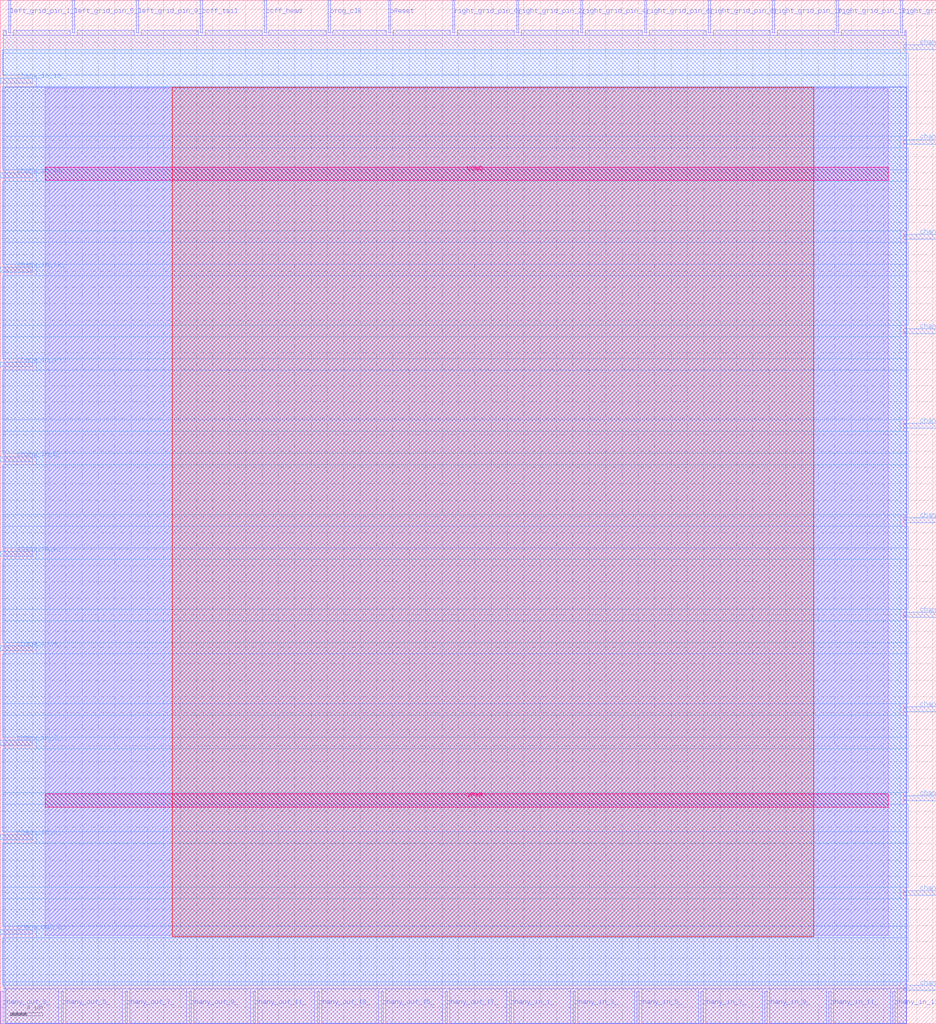
<source format=lef>
VERSION 5.7 ;
  NAMESCASESENSITIVE ON ;
  NOWIREEXTENSIONATPIN ON ;
  DIVIDERCHAR "/" ;
  BUSBITCHARS "[]" ;
UNITS
  DATABASE MICRONS 200 ;
END UNITS

MACRO cby_2__1_
  CLASS BLOCK ;
  FOREIGN cby_2__1_ ;
  ORIGIN 0.000 0.000 ;
  SIZE 114.410 BY 125.130 ;
  PIN chany_in_0_
    DIRECTION INPUT ;
    PORT
      LAYER met3 ;
        RECT 0.000 22.480 4.000 23.080 ;
    END
  END chany_in_0_
  PIN left_grid_pin_1_
    DIRECTION OUTPUT TRISTATE ;
    PORT
      LAYER met2 ;
        RECT 1.010 121.130 1.290 125.130 ;
    END
  END left_grid_pin_1_
  PIN chany_in_14_
    DIRECTION INPUT ;
    PORT
      LAYER met3 ;
        RECT 0.000 103.400 4.000 104.000 ;
    END
  END chany_in_14_
  PIN chany_in_8_
    DIRECTION INPUT ;
    PORT
      LAYER met3 ;
        RECT 0.000 68.720 4.000 69.320 ;
    END
  END chany_in_8_
  PIN pReset
    DIRECTION INPUT ;
    PORT
      LAYER met2 ;
        RECT 47.470 121.130 47.750 125.130 ;
    END
  END pReset
  PIN chany_in_3_
    DIRECTION INPUT ;
    PORT
      LAYER met2 ;
        RECT 70.010 0.000 70.290 4.000 ;
    END
  END chany_in_3_
  PIN chany_in_7_
    DIRECTION INPUT ;
    PORT
      LAYER met2 ;
        RECT 85.650 0.000 85.930 4.000 ;
    END
  END chany_in_7_
  PIN ccff_head
    DIRECTION INPUT ;
    PORT
      LAYER met2 ;
        RECT 32.290 121.130 32.570 125.130 ;
    END
  END ccff_head
  PIN chany_in_2_
    DIRECTION INPUT ;
    PORT
      LAYER met3 ;
        RECT 0.000 34.040 4.000 34.640 ;
    END
  END chany_in_2_
  PIN right_grid_pin_12_
    DIRECTION OUTPUT TRISTATE ;
    PORT
      LAYER met2 ;
        RECT 102.210 121.130 102.490 125.130 ;
    END
  END right_grid_pin_12_
  PIN chany_out_10_
    DIRECTION OUTPUT TRISTATE ;
    PORT
      LAYER met3 ;
        RECT 110.410 84.360 114.410 84.960 ;
    END
  END chany_out_10_
  PIN chany_in_12_
    DIRECTION INPUT ;
    PORT
      LAYER met3 ;
        RECT 0.000 91.840 4.000 92.440 ;
    END
  END chany_in_12_
  PIN chany_in_9_
    DIRECTION INPUT ;
    PORT
      LAYER met2 ;
        RECT 93.470 0.000 93.750 4.000 ;
    END
  END chany_in_9_
  PIN chany_in_16_
    DIRECTION INPUT ;
    PORT
      LAYER met3 ;
        RECT 0.000 114.960 4.000 115.560 ;
    END
  END chany_in_16_
  PIN right_grid_pin_0_
    DIRECTION OUTPUT TRISTATE ;
    PORT
      LAYER met2 ;
        RECT 55.290 121.130 55.570 125.130 ;
    END
  END right_grid_pin_0_
  PIN chany_out_7_
    DIRECTION OUTPUT TRISTATE ;
    PORT
      LAYER met2 ;
        RECT 15.270 0.000 15.550 4.000 ;
    END
  END chany_out_7_
  PIN chany_out_0_
    DIRECTION OUTPUT TRISTATE ;
    PORT
      LAYER met3 ;
        RECT 110.410 27.240 114.410 27.840 ;
    END
  END chany_out_0_
  PIN chany_in_4_
    DIRECTION INPUT ;
    PORT
      LAYER met3 ;
        RECT 0.000 45.600 4.000 46.200 ;
    END
  END chany_in_4_
  PIN chany_out_4_
    DIRECTION OUTPUT TRISTATE ;
    PORT
      LAYER met3 ;
        RECT 110.410 49.680 114.410 50.280 ;
    END
  END chany_out_4_
  PIN chany_out_16_
    DIRECTION OUTPUT TRISTATE ;
    PORT
      LAYER met3 ;
        RECT 110.410 119.040 114.410 119.640 ;
    END
  END chany_out_16_
  PIN chany_in_17_
    DIRECTION INPUT ;
    PORT
      LAYER met3 ;
        RECT 110.410 15.680 114.410 16.280 ;
    END
  END chany_in_17_
  PIN left_grid_pin_5_
    DIRECTION OUTPUT TRISTATE ;
    PORT
      LAYER met2 ;
        RECT 8.830 121.130 9.110 125.130 ;
    END
  END left_grid_pin_5_
  PIN right_grid_pin_6_
    DIRECTION OUTPUT TRISTATE ;
    PORT
      LAYER met2 ;
        RECT 78.750 121.130 79.030 125.130 ;
    END
  END right_grid_pin_6_
  PIN chany_in_15_
    DIRECTION INPUT ;
    PORT
      LAYER met3 ;
        RECT 110.410 4.120 114.410 4.720 ;
    END
  END chany_in_15_
  PIN prog_clk
    DIRECTION INPUT ;
    PORT
      LAYER met2 ;
        RECT 40.110 121.130 40.390 125.130 ;
    END
  END prog_clk
  PIN chany_out_13_
    DIRECTION OUTPUT TRISTATE ;
    PORT
      LAYER met2 ;
        RECT 38.730 0.000 39.010 4.000 ;
    END
  END chany_out_13_
  PIN ccff_tail
    DIRECTION OUTPUT TRISTATE ;
    PORT
      LAYER met2 ;
        RECT 24.470 121.130 24.750 125.130 ;
    END
  END ccff_tail
  PIN chany_in_13_
    DIRECTION INPUT ;
    PORT
      LAYER met2 ;
        RECT 109.110 0.000 109.390 4.000 ;
    END
  END chany_in_13_
  PIN right_grid_pin_10_
    DIRECTION OUTPUT TRISTATE ;
    PORT
      LAYER met2 ;
        RECT 94.390 121.130 94.670 125.130 ;
    END
  END right_grid_pin_10_
  PIN chany_in_10_
    DIRECTION INPUT ;
    PORT
      LAYER met3 ;
        RECT 0.000 80.280 4.000 80.880 ;
    END
  END chany_in_10_
  PIN chany_out_17_
    DIRECTION OUTPUT TRISTATE ;
    PORT
      LAYER met2 ;
        RECT 54.370 0.000 54.650 4.000 ;
    END
  END chany_out_17_
  PIN chany_out_12_
    DIRECTION OUTPUT TRISTATE ;
    PORT
      LAYER met3 ;
        RECT 110.410 95.920 114.410 96.520 ;
    END
  END chany_out_12_
  PIN right_grid_pin_8_
    DIRECTION OUTPUT TRISTATE ;
    PORT
      LAYER met2 ;
        RECT 86.570 121.130 86.850 125.130 ;
    END
  END right_grid_pin_8_
  PIN right_grid_pin_14_
    DIRECTION OUTPUT TRISTATE ;
    PORT
      LAYER met2 ;
        RECT 110.030 121.130 110.310 125.130 ;
    END
  END right_grid_pin_14_
  PIN chany_out_2_
    DIRECTION OUTPUT TRISTATE ;
    PORT
      LAYER met3 ;
        RECT 110.410 38.120 114.410 38.720 ;
    END
  END chany_out_2_
  PIN chany_out_11_
    DIRECTION OUTPUT TRISTATE ;
    PORT
      LAYER met2 ;
        RECT 30.910 0.000 31.190 4.000 ;
    END
  END chany_out_11_
  PIN chany_out_9_
    DIRECTION OUTPUT TRISTATE ;
    PORT
      LAYER met2 ;
        RECT 23.090 0.000 23.370 4.000 ;
    END
  END chany_out_9_
  PIN chany_in_11_
    DIRECTION INPUT ;
    PORT
      LAYER met2 ;
        RECT 101.290 0.000 101.570 4.000 ;
    END
  END chany_in_11_
  PIN chany_in_5_
    DIRECTION INPUT ;
    PORT
      LAYER met2 ;
        RECT 77.830 0.000 78.110 4.000 ;
    END
  END chany_in_5_
  PIN chany_in_1_
    DIRECTION INPUT ;
    PORT
      LAYER met2 ;
        RECT 62.190 0.000 62.470 4.000 ;
    END
  END chany_in_1_
  PIN chany_out_15_
    DIRECTION OUTPUT TRISTATE ;
    PORT
      LAYER met2 ;
        RECT 46.550 0.000 46.830 4.000 ;
    END
  END chany_out_15_
  PIN chany_in_6_
    DIRECTION INPUT ;
    PORT
      LAYER met3 ;
        RECT 0.000 57.160 4.000 57.760 ;
    END
  END chany_in_6_
  PIN chany_out_5_
    DIRECTION OUTPUT TRISTATE ;
    PORT
      LAYER met2 ;
        RECT 7.450 0.000 7.730 4.000 ;
    END
  END chany_out_5_
  PIN right_grid_pin_2_
    DIRECTION OUTPUT TRISTATE ;
    PORT
      LAYER met2 ;
        RECT 63.110 121.130 63.390 125.130 ;
    END
  END right_grid_pin_2_
  PIN chany_out_8_
    DIRECTION OUTPUT TRISTATE ;
    PORT
      LAYER met3 ;
        RECT 110.410 72.800 114.410 73.400 ;
    END
  END chany_out_8_
  PIN chany_out_1_
    DIRECTION OUTPUT TRISTATE ;
    PORT
      LAYER met3 ;
        RECT 0.000 10.920 4.000 11.520 ;
    END
  END chany_out_1_
  PIN left_grid_pin_9_
    DIRECTION OUTPUT TRISTATE ;
    PORT
      LAYER met2 ;
        RECT 16.650 121.130 16.930 125.130 ;
    END
  END left_grid_pin_9_
  PIN right_grid_pin_4_
    DIRECTION OUTPUT TRISTATE ;
    PORT
      LAYER met2 ;
        RECT 70.930 121.130 71.210 125.130 ;
    END
  END right_grid_pin_4_
  PIN chany_out_14_
    DIRECTION OUTPUT TRISTATE ;
    PORT
      LAYER met3 ;
        RECT 110.410 107.480 114.410 108.080 ;
    END
  END chany_out_14_
  PIN chany_out_6_
    DIRECTION OUTPUT TRISTATE ;
    PORT
      LAYER met3 ;
        RECT 110.410 61.240 114.410 61.840 ;
    END
  END chany_out_6_
  PIN chany_out_3_
    DIRECTION OUTPUT TRISTATE ;
    PORT
      LAYER met2 ;
        RECT 0.090 0.000 0.370 4.000 ;
    END
  END chany_out_3_
  PIN VPWR
    DIRECTION INPUT ;
    USE POWER ;
    PORT
      LAYER met5 ;
        RECT 5.520 26.490 108.560 28.090 ;
    END
  END VPWR
  PIN VGND
    DIRECTION INPUT ;
    USE GROUND ;
    PORT
      LAYER met5 ;
        RECT 5.520 103.080 108.560 104.680 ;
    END
  END VGND
  OBS
      LAYER li1 ;
        RECT 5.520 10.795 108.560 114.325 ;
      LAYER met1 ;
        RECT 0.530 0.040 110.790 114.480 ;
      LAYER met2 ;
        RECT 0.370 120.850 0.730 121.450 ;
        RECT 1.570 120.850 8.550 121.450 ;
        RECT 9.390 120.850 16.370 121.450 ;
        RECT 17.210 120.850 24.190 121.450 ;
        RECT 25.030 120.850 32.010 121.450 ;
        RECT 32.850 120.850 39.830 121.450 ;
        RECT 40.670 120.850 47.190 121.450 ;
        RECT 48.030 120.850 55.010 121.450 ;
        RECT 55.850 120.850 62.830 121.450 ;
        RECT 63.670 120.850 70.650 121.450 ;
        RECT 71.490 120.850 78.470 121.450 ;
        RECT 79.310 120.850 86.290 121.450 ;
        RECT 87.130 120.850 94.110 121.450 ;
        RECT 94.950 120.850 101.930 121.450 ;
        RECT 102.770 120.850 109.750 121.450 ;
        RECT 110.590 120.850 110.770 121.450 ;
        RECT 0.370 4.280 110.770 120.850 ;
        RECT 0.650 0.010 7.170 4.280 ;
        RECT 8.010 0.010 14.990 4.280 ;
        RECT 15.830 0.010 22.810 4.280 ;
        RECT 23.650 0.010 30.630 4.280 ;
        RECT 31.470 0.010 38.450 4.280 ;
        RECT 39.290 0.010 46.270 4.280 ;
        RECT 47.110 0.010 54.090 4.280 ;
        RECT 54.930 0.010 61.910 4.280 ;
        RECT 62.750 0.010 69.730 4.280 ;
        RECT 70.570 0.010 77.550 4.280 ;
        RECT 78.390 0.010 85.370 4.280 ;
        RECT 86.210 0.010 93.190 4.280 ;
        RECT 94.030 0.010 101.010 4.280 ;
        RECT 101.850 0.010 108.830 4.280 ;
        RECT 109.670 0.010 110.770 4.280 ;
      LAYER met3 ;
        RECT 0.310 118.640 110.010 119.040 ;
        RECT 0.310 115.960 111.010 118.640 ;
        RECT 4.400 114.560 111.010 115.960 ;
        RECT 0.310 108.480 111.010 114.560 ;
        RECT 0.310 107.080 110.010 108.480 ;
        RECT 0.310 104.400 111.010 107.080 ;
        RECT 4.400 103.000 111.010 104.400 ;
        RECT 0.310 96.920 111.010 103.000 ;
        RECT 0.310 95.520 110.010 96.920 ;
        RECT 0.310 92.840 111.010 95.520 ;
        RECT 4.400 91.440 111.010 92.840 ;
        RECT 0.310 85.360 111.010 91.440 ;
        RECT 0.310 83.960 110.010 85.360 ;
        RECT 0.310 81.280 111.010 83.960 ;
        RECT 4.400 79.880 111.010 81.280 ;
        RECT 0.310 73.800 111.010 79.880 ;
        RECT 0.310 72.400 110.010 73.800 ;
        RECT 0.310 69.720 111.010 72.400 ;
        RECT 4.400 68.320 111.010 69.720 ;
        RECT 0.310 62.240 111.010 68.320 ;
        RECT 0.310 60.840 110.010 62.240 ;
        RECT 0.310 58.160 111.010 60.840 ;
        RECT 4.400 56.760 111.010 58.160 ;
        RECT 0.310 50.680 111.010 56.760 ;
        RECT 0.310 49.280 110.010 50.680 ;
        RECT 0.310 46.600 111.010 49.280 ;
        RECT 4.400 45.200 111.010 46.600 ;
        RECT 0.310 39.120 111.010 45.200 ;
        RECT 0.310 37.720 110.010 39.120 ;
        RECT 0.310 35.040 111.010 37.720 ;
        RECT 4.400 33.640 111.010 35.040 ;
        RECT 0.310 28.240 111.010 33.640 ;
        RECT 0.310 26.840 110.010 28.240 ;
        RECT 0.310 23.480 111.010 26.840 ;
        RECT 4.400 22.080 111.010 23.480 ;
        RECT 0.310 16.680 111.010 22.080 ;
        RECT 0.310 15.280 110.010 16.680 ;
        RECT 0.310 11.920 111.010 15.280 ;
        RECT 4.400 10.520 111.010 11.920 ;
        RECT 0.310 5.120 111.010 10.520 ;
        RECT 0.310 4.720 110.010 5.120 ;
      LAYER met4 ;
        RECT 21.040 10.640 99.440 114.480 ;
  END
END cby_2__1_
END LIBRARY


</source>
